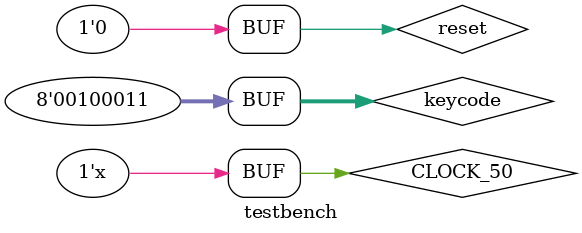
<source format=v>
`timescale 1ns / 1ps

module testbench ( );

	parameter CLOCK_PERIOD = 10;

	reg CLOCK_50;
    reg reset;
	reg [7:0] keycode;
	
	wire [23:0] position;
	wire [23:0] orientation;

	initial begin
        CLOCK_50 <= 1'b0;
	end // initial
	always @ (*)
	begin : Clock_Generator
		#((CLOCK_PERIOD) / 2) CLOCK_50 <= ~CLOCK_50;
	end
	
	initial begin
        reset <= 1'b1;
        #10 reset <= 1'b0;
	end // initial

    // In the setup below we assume that the half_sec_enable signal coming
    // from the half-second clock is asserted every 3 cycles of CLOCK_50. Of
    // course, in the real circuit the half-second clock is asserted every
    // 25M cycles. The setup below produces the Morse code for A (.-) followed
    // by the Morse code for B (-...).
	initial begin
        keycode <= 8'h00;
		#10 keycode <= 8'h1C; // Press 'A'
		#30 keycode <= 8'h00;
		#30 keycode <= 8'h23; // Press 'D'
	end // initial
	Pose_Tracker U1 (CLOCK_50, reset, keycode, position, orientation);

endmodule

</source>
